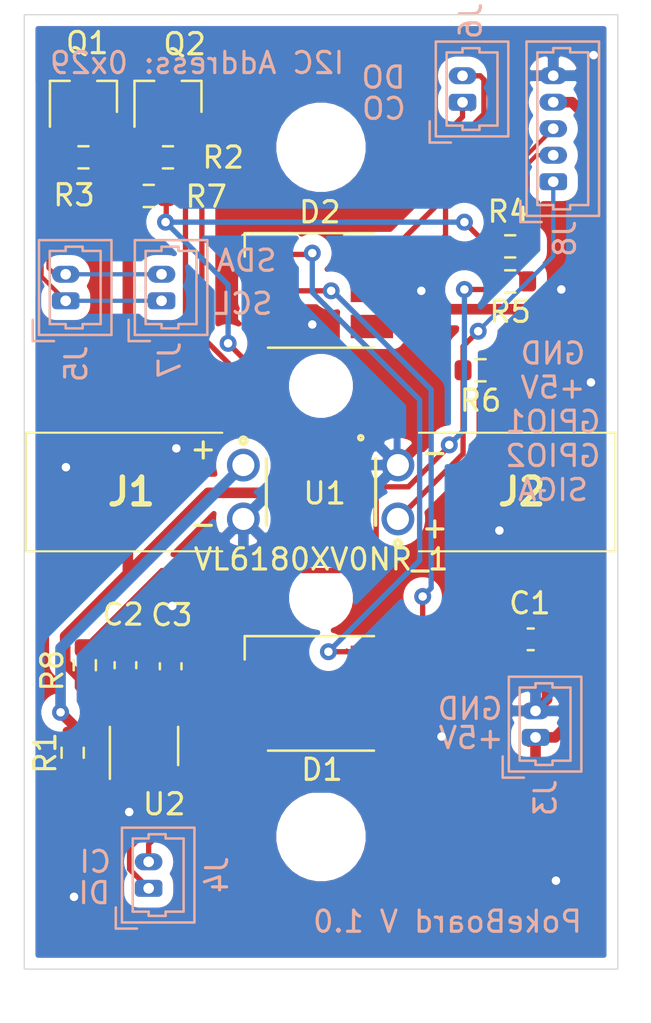
<source format=kicad_pcb>
(kicad_pcb (version 20240108) (generator "pcbnew") (generator_version "8.0")
  (layers (0 "F.Cu" signal) (31 "B.Cu" signal) (34 "B.Paste" user) (35 "F.Paste" user) (36 "B.SilkS" user "B.Silkscreen") (37 "F.SilkS" user "F.Silkscreen") (38 "B.Mask" user) (39 "F.Mask" user) (44 "Edge.Cuts" user))
  (net 0 "")
  (net 1 "GND")
  (net 2 "+2V8")
  (net 3 "+5V")
  (net 4 "Net-(D1-Pad6)")
  (net 5 "Net-(D1-Pad5)")
  (net 6 "CI")
  (net 7 "DI")
  (net 8 "DO")
  (net 9 "CO")
  (net 10 "GPIO1")
  (net 11 "GPIO0")
  (net 12 "Sig_A")
  (net 13 "SDA")
  (net 14 "SCL")
  (net 15 "SDA_LV")
  (net 16 "SCL_LV")
  (net 17 "Net-(J1-Pad1)")
  (net 18 "Net-(R4-Pad2)")
  (net 19 "Net-(R5-Pad2)")
  (net 20 "Net-(U1-Pad2)")
  (net 21 "Net-(U1-Pad3)")
  (net 22 "Net-(U1-Pad7)")
  (net 23 "Net-(U1-Pad11)")
  (net 24 "Net-(U2-Pad4)")
  (footprint "Capacitor_SMD:C_0603_1608Metric" (layer "F.Cu") (at 4.7752 30.6705 90)
    (property "Reference" "C2" (at 2.39044 -0.1143 180) (layer "F.SilkS"))
    (property "Value" "10uF")
    (pad "1" smd roundrect (at -0.775 0 90) (size 0.9 0.95) (layers "F.Cu" "F.Paste" "F.Mask") (net 2 "+2V8"))
    (pad "2" smd roundrect (at 0.775 0 90) (size 0.9 0.95) (layers "F.Cu" "F.Paste" "F.Mask") (net 1 "GND"))
  )
  (footprint "Package_TO_SOT_SMD:SOT-23" (layer "F.Cu") (at 2.794 3.87858 90)
    (property "Reference" "Q1" (at 2.54508 0.1778 180) (layer "F.SilkS"))
    (property "Value" "BSS138")
    (pad "1" smd rect (at -1 -0.95 90) (size 0.9 0.8) (layers "F.Cu" "F.Paste" "F.Mask") (net 2 "+2V8"))
    (pad "2" smd rect (at -1 0.95 90) (size 0.9 0.8) (layers "F.Cu" "F.Paste" "F.Mask") (net 16 "SCL_LV"))
    (pad "3" smd rect (at 1 0 90) (size 0.9 0.8) (layers "F.Cu" "F.Paste" "F.Mask") (net 14 "SCL"))
  )
  (footprint "Resistor_SMD:R_0603_1608Metric" (layer "F.Cu") (at 2.286 34.7985 90)
    (property "Reference" "R1" (at -0.0122 -1.2954 90) (layer "F.SilkS"))
    (property "Value" "220R")
    (pad "1" smd roundrect (at -0.825 0 90) (size 0.8 0.95) (layers "F.Cu" "F.Paste" "F.Mask") (net 3 "+5V"))
    (pad "2" smd roundrect (at 0.825 0 90) (size 0.8 0.95) (layers "F.Cu" "F.Paste" "F.Mask") (net 17 "Net-(J1-Pad1)"))
  )
  (footprint "Resistor_SMD:R_0603_1608Metric" (layer "F.Cu") (at 22.9235 10.922 180)
    (property "Reference" "R4" (at 0.0889 1.6383 0) (layer "F.SilkS"))
    (property "Value" "10K")
    (pad "1" smd roundrect (at -0.825 0 180) (size 0.8 0.95) (layers "F.Cu" "F.Paste" "F.Mask") (net 11 "GPIO0"))
    (pad "2" smd roundrect (at 0.825 0 180) (size 0.8 0.95) (layers "F.Cu" "F.Paste" "F.Mask") (net 18 "Net-(R4-Pad2)"))
  )
  (footprint "SamacSys_Parts:SSW-102-XX-YYY-S-RA" (layer "F.Cu") (at 10.3378 21.2344 -90)
    (property "Reference" "J1" (at 1.2573 5.2832 360) (layer "F.SilkS") (effects (font (size 1.27 1.27) (thickness 0.254))))
    (property "Value" "SSW-102-02-T-S-RA" (hide yes))
    (pad "1" thru_hole circle (at 0 0 270) (size 1.55 1.55) (drill 1.04) (layers "*.Cu" "*.Mask") (net 17 "Net-(J1-Pad1)"))
    (pad "2" thru_hole circle (at 2.54 0 270) (size 1.55 1.55) (drill 1.04) (layers "*.Cu" "*.Mask") (net 1 "GND"))
  )
  (footprint "Capacitor_SMD:C_0603_1608Metric" (layer "F.Cu") (at 6.9088 30.7213 90)
    (property "Reference" "C3" (at 2.413 0.0508 180) (layer "F.SilkS"))
    (property "Value" "100nF")
    (pad "1" smd roundrect (at -0.775 0 90) (size 0.9 0.95) (layers "F.Cu" "F.Paste" "F.Mask") (net 2 "+2V8"))
    (pad "2" smd roundrect (at 0.775 0 90) (size 0.9 0.95) (layers "F.Cu" "F.Paste" "F.Mask") (net 1 "GND"))
  )
  (footprint "Resistor_SMD:R_0603_1608Metric" (layer "F.Cu") (at 6.7818 6.72338)
    (property "Reference" "R2" (at 2.6035 0.00762 180) (layer "F.SilkS"))
    (property "Value" "10K")
    (pad "1" smd roundrect (at -0.825 0) (size 0.8 0.95) (layers "F.Cu" "F.Paste" "F.Mask") (net 2 "+2V8"))
    (pad "2" smd roundrect (at 0.825 0) (size 0.8 0.95) (layers "F.Cu" "F.Paste" "F.Mask") (net 15 "SDA_LV"))
  )
  (footprint "Resistor_SMD:R_0603_1608Metric" (layer "F.Cu") (at 2.794 6.72338)
    (property "Reference" "R3" (at -0.4445 1.78562 180) (layer "F.SilkS"))
    (property "Value" "10K")
    (pad "1" smd roundrect (at -0.825 0) (size 0.8 0.95) (layers "F.Cu" "F.Paste" "F.Mask") (net 2 "+2V8"))
    (pad "2" smd roundrect (at 0.825 0) (size 0.8 0.95) (layers "F.Cu" "F.Paste" "F.Mask") (net 16 "SCL_LV"))
  )
  (footprint "LED_SMD:LED_RGB_5050-6" (layer "F.Cu") (at 14 13)
    (property "Reference" "D2" (at -0.0554 -3.6909 180) (layer "F.SilkS"))
    (property "Value" "DotstarWhite")
    (pad "1" smd rect (at -2.4 -1.7 90) (size 1.1 2) (layers "F.Cu" "F.Mask") (net 4 "Net-(D1-Pad6)"))
    (pad "2" smd rect (at -2.4 0 90) (size 1.1 2) (layers "F.Cu" "F.Mask") (net 5 "Net-(D1-Pad5)"))
    (pad "3" smd rect (at -2.4 1.7 90) (size 1.1 2) (layers "F.Cu" "F.Mask") (net 1 "GND"))
    (pad "4" smd rect (at 2.4 1.7 90) (size 1.1 2) (layers "F.Cu" "F.Mask") (net 3 "+5V"))
    (pad "5" smd rect (at 2.4 0 90) (size 1.1 2) (layers "F.Cu" "F.Mask") (net 9 "CO"))
    (pad "6" smd rect (at 2.4 -1.7 90) (size 1.1 2) (layers "F.Cu" "F.Mask") (net 8 "DO"))
  )
  (footprint "MountingHole:MountingHole_3.2mm_M3" (layer "F.Cu") (at 14 38.75)
    (property "Reference" "Mount2" (hide yes))
    (property "Value" "MountingHole_3.2mm_M3")
    (pad "" np_thru_hole circle (at 0 0) (size 3.2 3.2) (drill 3.2) (layers "*.Cu" "*.Mask"))
  )
  (footprint "MountingHole:MountingHole_3.2mm_M3" (layer "F.Cu") (at 14 6.25)
    (property "Reference" "Mount1" (hide yes))
    (property "Value" "MountingHole_3.2mm_M3")
    (pad "" np_thru_hole circle (at 0 0) (size 3.2 3.2) (drill 3.2) (layers "*.Cu" "*.Mask"))
  )
  (footprint "SamacSys_Parts:SSW-102-XX-YYY-S-RA" (layer "F.Cu") (at 17.6276 23.7744 90)
    (property "Reference" "J2" (at 1.2827 5.842 180) (layer "F.SilkS") (effects (font (size 1.27 1.27) (thickness 0.254))))
    (property "Value" "SSW-102-02-T-S-RA" (hide yes))
    (pad "1" thru_hole circle (at 0 0 90) (size 1.55 1.55) (drill 1.04) (layers "*.Cu" "*.Mask") (net 12 "Sig_A"))
    (pad "2" thru_hole circle (at 2.54 0 90) (size 1.55 1.55) (drill 1.04) (layers "*.Cu" "*.Mask") (net 1 "GND"))
  )
  (footprint "Resistor_SMD:R_0603_1608Metric" (layer "F.Cu") (at 2.8575 30.6705 90)
    (property "Reference" "R8" (at -0.254 -1.5367 90) (layer "F.SilkS"))
    (property "Value" "47K")
    (pad "1" smd roundrect (at -0.825 0 90) (size 0.8 0.95) (layers "F.Cu" "F.Paste" "F.Mask") (net 2 "+2V8"))
    (pad "2" smd roundrect (at 0.825 0 90) (size 0.8 0.95) (layers "F.Cu" "F.Paste" "F.Mask") (net 19 "Net-(R5-Pad2)"))
  )
  (footprint "Resistor_SMD:R_0603_1608Metric" (layer "F.Cu") (at 5.87502 8.54456)
    (property "Reference" "R7" (at 2.71018 0.02794 0) (layer "F.SilkS"))
    (property "Value" "47K")
    (pad "1" smd roundrect (at -0.825 0) (size 0.8 0.95) (layers "F.Cu" "F.Paste" "F.Mask") (net 2 "+2V8"))
    (pad "2" smd roundrect (at 0.825 0) (size 0.8 0.95) (layers "F.Cu" "F.Paste" "F.Mask") (net 18 "Net-(R4-Pad2)"))
  )
  (footprint "Capacitor_SMD:C_0603_1608Metric" (layer "F.Cu") (at 23.89124 29.4513)
    (property "Reference" "C1" (at -0.04064 -1.7018 0) (layer "F.SilkS"))
    (property "Value" "10uF")
    (pad "1" smd roundrect (at -0.775 0) (size 0.9 0.95) (layers "F.Cu" "F.Paste" "F.Mask") (net 3 "+5V"))
    (pad "2" smd roundrect (at 0.775 0) (size 0.9 0.95) (layers "F.Cu" "F.Paste" "F.Mask") (net 1 "GND"))
  )
  (footprint "Resistor_SMD:R_0603_1608Metric" (layer "F.Cu") (at 21.5265 16.764 180)
    (property "Reference" "R6" (at 0 -1.43 0) (layer "F.SilkS"))
    (property "Value" "10K")
    (pad "1" smd roundrect (at -0.825 0 180) (size 0.8 0.95) (layers "F.Cu" "F.Paste" "F.Mask") (net 3 "+5V"))
    (pad "2" smd roundrect (at 0.825 0 180) (size 0.8 0.95) (layers "F.Cu" "F.Paste" "F.Mask") (net 12 "Sig_A"))
  )
  (footprint "Resistor_SMD:R_0603_1608Metric" (layer "F.Cu") (at 22.9235 12.573 180)
    (property "Reference" "R5" (at 0 -1.43 0) (layer "F.SilkS"))
    (property "Value" "10K")
    (pad "1" smd roundrect (at -0.825 0 180) (size 0.8 0.95) (layers "F.Cu" "F.Paste" "F.Mask") (net 10 "GPIO1"))
    (pad "2" smd roundrect (at 0.825 0 180) (size 0.8 0.95) (layers "F.Cu" "F.Paste" "F.Mask") (net 19 "Net-(R5-Pad2)"))
  )
  (footprint "MountingHole:MountingHole_2mm" (layer "F.Cu") (at 14 17.5)
    (property "Reference" "REF**" (hide yes))
    (property "Value" "MountingHole_2mm")
    (pad "" np_thru_hole circle (at 0 0) (size 2 2) (drill 2) (layers "*.Cu" "*.Mask"))
  )
  (footprint "MountingHole:MountingHole_2mm" (layer "F.Cu") (at 14 27.5)
    (property "Reference" "REF**" (hide yes))
    (property "Value" "MountingHole_2mm")
    (pad "" np_thru_hole circle (at 0 0) (size 2 2) (drill 2) (layers "*.Cu" "*.Mask"))
  )
  (footprint "RatPub:VL6180XV0NR&slash_1" (layer "F.Cu") (at 14 22.5 -90)
    (property "Reference" "U1" (at 0.0679 -0.1732 0) (layer "F.SilkS"))
    (property "Value" "VL6180XV0NR_1" (at 3.1794 -0.0081 0) (layer "F.SilkS"))
    (pad "1" smd rect (at -1.2446 -1.875 270) (size 1.016 0.508) (layers "F.Cu" "F.Paste" "F.Mask") (net 19 "Net-(R5-Pad2)"))
    (pad "2" smd rect (at -1.2446 -1.124999 270) (size 1.016 0.508) (layers "F.Cu" "F.Paste" "F.Mask") (net 20 "Net-(U1-Pad2)"))
    (pad "3" smd rect (at -1.2446 -0.375001 270) (size 1.016 0.508) (layers "F.Cu" "F.Paste" "F.Mask") (net 21 "Net-(U1-Pad3)"))
    (pad "4" smd rect (at -1.2446 0.375001 270) (size 1.016 0.508) (layers "F.Cu" "F.Paste" "F.Mask") (net 18 "Net-(R4-Pad2)"))
    (pad "5" smd rect (at -1.2446 1.124999 270) (size 1.016 0.508) (layers "F.Cu" "F.Paste" "F.Mask") (net 16 "SCL_LV"))
    (pad "6" smd rect (at -1.2446 1.875 270) (size 1.016 0.508) (layers "F.Cu" "F.Paste" "F.Mask") (net 15 "SDA_LV"))
    (pad "7" smd rect (at 1.2446 1.875 270) (size 1.016 0.508) (layers "F.Cu" "F.Paste" "F.Mask") (net 22 "Net-(U1-Pad7)"))
    (pad "8" smd rect (at 1.2446 1.124999 270) (size 1.016 0.508) (layers "F.Cu" "F.Paste" "F.Mask") (net 2 "+2V8"))
    (pad "9" smd rect (at 1.2446 0.375001 270) (size 1.016 0.508) (layers "F.Cu" "F.Paste" "F.Mask") (net 1 "GND"))
    (pad "10" smd rect (at 1.2446 -0.375001 270) (size 1.016 0.508) (layers "F.Cu" "F.Paste" "F.Mask") (net 2 "+2V8"))
    (pad "11" smd rect (at 1.2446 -1.124999 270) (size 1.016 0.508) (layers "F.Cu" "F.Paste" "F.Mask") (net 23 "Net-(U1-Pad11)"))
    (pad "12" smd rect (at 1.2446 -1.875 270) (size 1.016 0.508) (layers "F.Cu" "F.Paste" "F.Mask") (net 1 "GND"))
  )
  (footprint "LED_SMD:LED_RGB_5050-6" (layer "F.Cu") (at 14 32)
    (property "Reference" "D1" (at 0.0462 3.5981 180) (layer "F.SilkS"))
    (property "Value" "DotstarRGB")
    (pad "1" smd rect (at -2.4 -1.7 90) (size 1.1 2) (layers "F.Cu" "F.Mask") (net 7 "DI"))
    (pad "2" smd rect (at -2.4 0 90) (size 1.1 2) (layers "F.Cu" "F.Mask") (net 6 "CI"))
    (pad "3" smd rect (at -2.4 1.7 90) (size 1.1 2) (layers "F.Cu" "F.Mask") (net 1 "GND"))
    (pad "4" smd rect (at 2.4 1.7 90) (size 1.1 2) (layers "F.Cu" "F.Mask") (net 3 "+5V"))
    (pad "5" smd rect (at 2.4 0 90) (size 1.1 2) (layers "F.Cu" "F.Mask") (net 5 "Net-(D1-Pad5)"))
    (pad "6" smd rect (at 2.4 -1.7 90) (size 1.1 2) (layers "F.Cu" "F.Mask") (net 4 "Net-(D1-Pad6)"))
  )
  (footprint "Package_TO_SOT_SMD:SOT-23-5" (layer "F.Cu") (at 5.6515 34.4805 90)
    (property "Reference" "U2" (at -2.7432 0.9525 180) (layer "F.SilkS"))
    (property "Value" "LP5907MFX-2.8")
    (pad "1" smd rect (at -1.1 -0.95 90) (size 1.06 0.65) (layers "F.Cu" "F.Paste" "F.Mask") (net 3 "+5V"))
    (pad "2" smd rect (at -1.1 0 90) (size 1.06 0.65) (layers "F.Cu" "F.Paste" "F.Mask") (net 1 "GND"))
    (pad "3" smd rect (at -1.1 0.95 90) (size 1.06 0.65) (layers "F.Cu" "F.Paste" "F.Mask") (net 3 "+5V"))
    (pad "4" smd rect (at 1.1 0.95 90) (size 1.06 0.65) (layers "F.Cu" "F.Paste" "F.Mask") (net 24 "Net-(U2-Pad4)"))
    (pad "5" smd rect (at 1.1 -0.95 90) (size 1.06 0.65) (layers "F.Cu" "F.Paste" "F.Mask") (net 2 "+2V8"))
  )
  (footprint "Package_TO_SOT_SMD:SOT-23" (layer "F.Cu") (at 6.7818 3.87858 90)
    (property "Reference" "Q2" (at 2.49428 0.7874 180) (layer "F.SilkS"))
    (property "Value" "BSS138")
    (pad "1" smd rect (at -1 -0.95 90) (size 0.9 0.8) (layers "F.Cu" "F.Paste" "F.Mask") (net 2 "+2V8"))
    (pad "2" smd rect (at -1 0.95 90) (size 0.9 0.8) (layers "F.Cu" "F.Paste" "F.Mask") (net 15 "SDA_LV"))
    (pad "3" smd rect (at 1 0 90) (size 0.9 0.8) (layers "F.Cu" "F.Paste" "F.Mask") (net 13 "SDA"))
  )
  (footprint "Connector_Molex:Molex_PicoBlade_53047-0210_1x02_P1.25mm_Vertical" (layer "B.Cu") (at 1.9558 13.48772 90)
    (property "Reference" "J5" (at -2.97148 0.4953 -90) (layer "B.SilkS") (effects (justify mirror)))
    (property "Value" "I2C in")
    (pad "1" thru_hole roundrect (at 0 0 90) (size 0.8 1.3) (drill 0.5) (layers "*.Cu" "*.Mask") (net 14 "SCL"))
    (pad "2" thru_hole oval (at 1.25 0 90) (size 0.8 1.3) (drill 0.5) (layers "*.Cu" "*.Mask") (net 13 "SDA"))
  )
  (footprint "Connector_Molex:Molex_PicoBlade_53047-0210_1x02_P1.25mm_Vertical" (layer "B.Cu") (at 6.477 13.48772 90)
    (property "Reference" "J7" (at -2.79368 0.381 90) (layer "B.SilkS") (effects (justify mirror)))
    (property "Value" "I2C out")
    (pad "1" thru_hole roundrect (at 0 0 90) (size 0.8 1.3) (drill 0.5) (layers "*.Cu" "*.Mask") (net 14 "SCL"))
    (pad "2" thru_hole oval (at 1.25 0 90) (size 0.8 1.3) (drill 0.5) (layers "*.Cu" "*.Mask") (net 13 "SDA"))
  )
  (footprint "Connector_Molex:Molex_PicoBlade_53047-0210_1x02_P1.25mm_Vertical" (layer "B.Cu") (at 5.86994 41.1915 90)
    (property "Reference" "J4" (at 0.6404 3.22326 90) (layer "B.SilkS") (effects (justify mirror)))
    (property "Value" "SPI in")
    (pad "1" thru_hole roundrect (at 0 0 90) (size 0.8 1.3) (drill 0.5) (layers "*.Cu" "*.Mask") (net 7 "DI"))
    (pad "2" thru_hole oval (at 1.25 0 90) (size 0.8 1.3) (drill 0.5) (layers "*.Cu" "*.Mask") (net 6 "CI"))
  )
  (footprint "Connector_Molex:Molex_PicoBlade_53047-0210_1x02_P1.25mm_Vertical" (layer "B.Cu") (at 20.6756 4.1275 90)
    (property "Reference" "J6" (at 3.84048 0.38608 90) (layer "B.SilkS") (effects (justify mirror)))
    (property "Value" "SPI out")
    (pad "1" thru_hole roundrect (at 0 0 90) (size 0.8 1.3) (drill 0.5) (layers "*.Cu" "*.Mask") (net 8 "DO"))
    (pad "2" thru_hole oval (at 1.25 0 90) (size 0.8 1.3) (drill 0.5) (layers "*.Cu" "*.Mask") (net 9 "CO"))
  )
  (footprint "Connector_Molex:Molex_PicoBlade_53047-0210_1x02_P1.25mm_Vertical" (layer "B.Cu") (at 24.11984 34.0741 90)
    (property "Reference" "J3" (at -2.8448 0.46736 90) (layer "B.SilkS") (effects (justify mirror)))
    (property "Value" "5V power in")
    (pad "1" thru_hole roundrect (at 0 0 90) (size 0.8 1.3) (drill 0.5) (layers "*.Cu" "*.Mask") (net 3 "+5V"))
    (pad "2" thru_hole oval (at 1.25 0 90) (size 0.8 1.3) (drill 0.5) (layers "*.Cu" "*.Mask") (net 1 "GND"))
  )
  (footprint "Connector_Molex:Molex_PicoBlade_53047-0510_1x05_P1.25mm_Vertical" (layer "B.Cu") (at 24.9555 7.874 90)
    (property "Reference" "J8" (at -2.6797 0.5461 90) (layer "B.SilkS") (effects (justify mirror)))
    (property "Value" "Conn_01x03")
    (pad "1" thru_hole roundrect (at 0 0 90) (size 0.8 1.3) (drill 0.5) (layers "*.Cu" "*.Mask") (net 12 "Sig_A"))
    (pad "2" thru_hole oval (at 1.25 0 90) (size 0.8 1.3) (drill 0.5) (layers "*.Cu" "*.Mask") (net 11 "GPIO0"))
    (pad "3" thru_hole oval (at 2.5 0 90) (size 0.8 1.3) (drill 0.5) (layers "*.Cu" "*.Mask") (net 10 "GPIO1"))
    (pad "4" thru_hole oval (at 3.75 0 90) (size 0.8 1.3) (drill 0.5) (layers "*.Cu" "*.Mask") (net 3 "+5V"))
    (pad "5" thru_hole oval (at 5 0 90) (size 0.8 1.3) (drill 0.5) (layers "*.Cu" "*.Mask") (net 1 "GND"))
  )
  (gr_line (start 0 45) (end 28 45) (stroke (width 0.05)) (layer "Edge.Cuts"))
  (gr_line (start 28 0) (end 28 45) (stroke (width 0.05)) (layer "Edge.Cuts"))
  (gr_line (start 0 0) (end 0 45) (stroke (width 0.05)) (layer "Edge.Cuts"))
  (gr_line (start 0 0) (end 28 0) (stroke (width 0.05)) (layer "Edge.Cuts"))
  (gr_text "SCL" (at 10.3251 13.6271 0) (layer "B.SilkS") (effects (font (size 1 1)) (justify mirror)))
  (gr_text "GND" (at 21.0312 32.7279 0) (layer "B.SilkS") (effects (font (size 1 1)) (justify mirror)))
  (gr_text "DO\n" (at 16.9418 2.9591 0) (layer "B.SilkS") (effects (font (size 1 1)) (justify mirror)))
  (gr_text "CO" (at 16.9672 4.4323 0) (layer "B.SilkS") (effects (font (size 1 1)) (justify mirror)))
  (gr_text "PokeBoard V 1.0\n" (at 19.9644 42.7609 0) (layer "B.SilkS") (effects (font (size 1 1)) (justify mirror)))
  (gr_text "CI" (at 3.3528 39.9415 0) (layer "B.SilkS") (effects (font (size 1 1)) (justify mirror)))
  (gr_text "SDA" (at 10.4902 11.5951 0) (layer "B.SilkS") (effects (font (size 1 1)) (justify mirror)))
  (gr_text "GND\n+5V\nGPIO1\nGPIO2\nSIGA" (at 24.9428 19.1897 0) (layer "B.SilkS") (effects (font (size 1 1)) (justify mirror)))
  (gr_text "I2C Address: 0x29" (at 8.1534 2.2733 0) (layer "B.SilkS") (effects (font (size 1 1)) (justify mirror)))
  (gr_text "+5V\n" (at 21.082 34.0995 0) (layer "B.SilkS") (effects (font (size 1 1)) (justify mirror)))
  (gr_text "DI" (at 3.302 41.4147 0) (layer "B.SilkS") (effects (font (size 1 1)) (justify mirror)))
  (gr_text "-" (at 8.4455 24.003 0) (layer "F.SilkS") (effects (font (size 1 1))))
  (gr_text "+" (at 19.3675 24.3205 180) (layer "F.SilkS") (effects (font (size 1 1))))
  (gr_text "-" (at 19.3675 20.7645 180) (layer "F.SilkS") (effects (font (size 1 1))))
  (gr_text "+" (at 8.4455 20.447 0) (layer "F.SilkS") (effects (font (size 1 1))))
  (segment (start 24.14016 32.80378) (end 24.11984 32.8241) (width 0.125) (layer "F.Cu") (net 1))
  (segment (start 24.20364 32.7403) (end 24.11984 32.8241) (width 0.25) (layer "F.Cu") (net 1))
  (segment (start 24.96312 29.15442) (end 24.66624 29.4513) (width 0.125) (layer "F.Cu") (net 1))
  (segment (start 24.45004 29.6675) (end 24.66624 29.4513) (width 0.25) (layer "F.Cu") (net 1))
  (segment (start 24.66624 32.2777) (end 24.11984 32.8241) (width 0.5) (layer "F.Cu") (net 1))
  (segment (start 13.583499 25.061965) (end 13.116954 25.52851) (width 0.5) (layer "F.Cu") (net 1))
  (segment (start 5.67436 29.18714) (end 6.985 27.8765) (width 0.25) (layer "F.Cu") (net 1))
  (segment (start 24.66624 29.4513) (end 24.66624 32.2777) (width 0.5) (layer "F.Cu") (net 1))
  (segment (start 11.6 15) (end 12.05 15) (width 0.125) (layer "F.Cu") (net 1))
  (segment (start 10.0711 23.5077) (end 10.3378 23.7744) (width 0.125) (layer "F.Cu") (net 1))
  (segment (start 5.67436 29.94914) (end 5.67436 29.18714) (width 0.25) (layer "F.Cu") (net 1))
  (segment (start 11.6 33.7) (end 11.6 33.952) (width 0.5) (layer "F.Cu") (net 1))
  (segment (start 15.308388 25.70751) (end 15.875 25.140898) (width 0.5) (layer "F.Cu") (net 1))
  (segment (start 24.11984 32.8241) (end 23.6801 32.8241) (width 0.5) (layer "F.Cu") (net 1))
  (segment (start 13.576998 24.9045) (end 13.608499 24.936001) (width 0.125) (layer "F.Cu") (net 1))
  (segment (start 13.295954 25.70751) (end 12.27091 25.70751) (width 0.5) (layer "F.Cu") (net 1))
  (segment (start 5.6667 35.60354) (end 5.6667 36.25854) (width 0.125) (layer "F.Cu") (net 1))
  (segment (start 11.6 14.7) (end 13.494 14.7) (width 0.25) (layer "F.Cu") (net 1))
  (segment (start 11.524401 24.961001) (end 10.3378 23.7744) (width 0.5) (layer "F.Cu") (net 1))
  (segment (start 12.09191 25.52851) (end 11.524401 24.961001) (width 0.5) (layer "F.Cu") (net 1))
  (segment (start 10.3378 23.7744) (end 11.499401 24.936001) (width 0.25) (layer "F.Cu") (net 1))
  (segment (start 5.6667 36.8783) (end 4.953 37.592) (width 0.5) (layer "F.Cu") (net 1))
  (segment (start 13.576998 24.003) (end 13.651999 23.927999) (width 0.25) (layer "F.Cu") (net 1))
  (segment (start 25.8915 2.874) (end 26.8605 1.905) (width 0.25) (layer "F.Cu") (net 1))
  (segment (start 17.6276 21.444399) (end 17.6276 21.2344) (width 0.25) (layer "F.Cu") (net 1))
  (segment (start 5.6667 35.60354) (end 5.6667 36.8783) (width 0.5) (layer "F.Cu") (net 1))
  (segment (start 13.494 14.7) (end 13.589 14.605) (width 0.25) (layer "F.Cu") (net 1))
  (segment (start 11.524401 24.961001) (end 11.499401 24.936001) (width 0.5) (layer "F.Cu") (net 1))
  (segment (start 6.8961 29.94914) (end 5.80136 29.94914) (width 0.5) (layer "F.Cu") (net 1))
  (segment (start 24.9555 2.874) (end 25.8915 2.874) (width 0.25) (layer "F.Cu") (net 1))
  (segment (start 18.3515 35.3695) (end 19.685 34.036) (width 0.5) (layer "F.Cu") (net 1))
  (segment (start 24.66624 29.4513) (end 24.66624 29.2484) (width 0.125) (layer "F.Cu") (net 1))
  (segment (start 15.875 25.140898) (end 15.875 23.7446) (width 0.5) (layer "F.Cu") (net 1))
  (segment (start 11.261901 24.698501) (end 10.3378 23.7744) (width 0.125) (layer "F.Cu") (net 1))
  (segment (start 4.7755 29.94914) (end 4.7117 29.88534) (width 0.5) (layer "F.Cu") (net 1))
  (segment (start 11.499401 24.936001) (end 11.96691 25.40351) (width 0.25) (layer "F.Cu") (net 1))
  (segment (start 5.80136 29.06014) (end 6.985 27.8765) (width 0.5) (layer "F.Cu") (net 1))
  (segment (start 5.67436 29.94914) (end 4.7755 29.94914) (width 0.25) (layer "F.Cu") (net 1))
  (segment (start 13.583499 23.7861) (end 13.583499 25.061965) (width 0.5) (layer "F.Cu") (net 1))
  (segment (start 13.295954 25.70751) (end 15.308388 25.70751) (width 0.5) (layer "F.Cu") (net 1))
  (segment (start 13.624999 23.7446) (end 13.583499 23.7861) (width 0.5) (layer "F.Cu") (net 1))
  (segment (start 6.8961 29.94914) (end 5.67436 29.94914) (width 0.25) (layer "F.Cu") (net 1))
  (segment (start 17.591422 21.2344) (end 17.6276 21.2344) (width 0.125) (layer "F.Cu") (net 1))
  (segment (start 13.116954 25.52851) (end 13.295954 25.70751) (width 0.5) (layer "F.Cu") (net 1))
  (segment (start 11.6 33.952) (end 13.0175 35.3695) (width 0.5) (layer "F.Cu") (net 1))
  (segment (start 12.27091 25.70751) (end 10.3378 23.7744) (width 0.5) (layer "F.Cu") (net 1))
  (segment (start 5.80136 29.94914) (end 4.7755 29.94914) (width 0.5) (layer "F.Cu") (net 1))
  (segment (start 5.80136 29.94914) (end 5.80136 29.06014) (width 0.5) (layer "F.Cu") (net 1))
  (segment (start 13.0175 35.3695) (end 18.3515 35.3695) (width 0.5) (layer "F.Cu") (net 1))
  (via (at 26.7335 17.3355) (size 0.8) (drill 0.4) (layers "F.Cu" "B.Cu") (net 1))
  (via (at 1.9685 21.336) (size 0.8) (drill 0.4) (layers "F.Cu" "B.Cu") (net 1))
  (via (at 22.4155 24.3205) (size 0.8) (drill 0.4) (layers "F.Cu" "B.Cu") (net 1))
  (via (at 19.685 34.036) (size 0.8) (drill 0.4) (layers "F.Cu" "B.Cu") (net 1))
  (via (at 18.7325 13.0175) (size 0.8) (drill 0.4) (layers "F.Cu" "B.Cu") (net 1))
  (via (at 6.985 27.8765) (size 0.8) (drill 0.4) (layers "F.Cu" "B.Cu") (net 1))
  (via (at 7.1755 20.447) (size 0.8) (drill 0.4) (layers "F.Cu" "B.Cu") (net 1))
  (via (at 2.3495 41.5925) (size 0.8) (drill 0.4) (layers "F.Cu" "B.Cu") (net 1))
  (via (at 26.8605 1.905) (size 0.8) (drill 0.4) (layers "F.Cu" "B.Cu") (net 1))
  (via (at 25.0825 40.8305) (size 0.8) (drill 0.4) (layers "F.Cu" "B.Cu") (net 1))
  (via (at 25.3365 12.954) (size 0.8) (drill 0.4) (layers "F.Cu" "B.Cu") (net 1))
  (via (at 13.589 14.605) (size 0.8) (drill 0.4) (layers "F.Cu" "B.Cu") (net 1))
  (via (at 4.953 37.592) (size 0.8) (drill 0.4) (layers "F.Cu" "B.Cu") (net 1))
  (segment (start 26.7335 17.3355) (end 26.7335 30.21044) (width 0.25) (layer "B.Cu") (net 1))
  (segment (start 20.8969 32.8241) (end 24.11984 32.8241) (width 0.5) (layer "B.Cu") (net 1))
  (segment (start 12.8778 21.2344) (end 10.3378 23.7744) (width 0.5) (layer "B.Cu") (net 1))
  (segment (start 26.8605 1.905) (end 26.7335 1.905) (width 0.25) (layer "B.Cu") (net 1))
  (segment (start 19.685 34.036) (end 20.8969 32.8241) (width 0.5) (layer "B.Cu") (net 1))
  (segment (start 13.589 15.238998) (end 13.589 14.605) (width 0.25) (layer "B.Cu") (net 1))
  (segment (start 10.3378 29.0322) (end 10.3378 36.4363) (width 0.5) (layer "B.Cu") (net 1))
  (segment (start 17.526 18.542) (end 17.526 21.1328) (width 0.2) (layer "B.Cu") (net 1))
  (segment (start 26.7335 30.21044) (end 24.11984 32.8241) (width 0.25) (layer "B.Cu") (net 1))
  (segment (start 17.526 21.1328) (end 17.6276 21.2344) (width 0.2) (layer "B.Cu") (net 1))
  (segment (start 13.589 14.605) (end 17.526 18.542) (width 0.2) (layer "B.Cu") (net 1))
  (segment (start 6.985 27.8765) (end 9.1821 27.8765) (width 0.25) (layer "B.Cu") (net 1))
  (segment (start 9.1821 27.8765) (end 10.3378 29.0322) (width 0.25) (layer "B.Cu") (net 1))
  (segment (start 10.3378 36.4363) (end 17.2847 36.4363) (width 0.5) (layer "B.Cu") (net 1))
  (segment (start 10.3378 23.7744) (end 10.3378 29.0322) (width 0.5) (layer "B.Cu") (net 1))
  (segment (start 6.1087 36.4363) (end 4.953 37.592) (width 0.5) (layer "B.Cu") (net 1))
  (segment (start 17.2847 36.4363) (end 19.685 34.036) (width 0.5) (layer "B.Cu") (net 1))
  (segment (start 26.7335 1.905) (end 26.7335 17.3355) (width 0.25) (layer "B.Cu") (net 1))
  (segment (start 17.6276 21.2344) (end 12.8778 21.2344) (width 0.5) (layer "B.Cu") (net 1))
  (segment (start 17.6276 21.2344) (end 17.6276 19.277598) (width 0.25) (layer "B.Cu") (net 1))
  (segment (start 10.16 36.2585) (end 10.3378 36.4363) (width 0.5) (layer "B.Cu") (net 1))
  (segment (start 10.3378 36.4363) (end 6.1087 36.4363) (width 0.5) (layer "B.Cu") (net 1))
  (segment (start 6.8323 31.43534) (end 6.8961 31.49914) (width 0.25) (layer "F.Cu") (net 2))
  (segment (start 8.407241 22.811899) (end 8.30707 22.91207) (width 0.125) (layer "F.Cu") (net 2))
  (segment (start 1.93249 29.30099) (end 4.8895 26.34398) (width 0.5) (layer "F.Cu") (net 2))
  (segment (start 14.375001 22.820501) (end 14.375001 23.7446) (width 0.5) (layer "F.Cu") (net 2))
  (segment (start 14.327 23.226) (end 14.327 24.003) (width 0.5) (layer "F.Cu") (net 2))
  (segment (start 4.8895 26.34398) (end 4.8895 8.70508) (width 0.5) (layer "F.Cu") (net 2))
  (segment (start 6.8961 31.49914) (end 5.267122 31.49914) (width 0.125) (layer "F.Cu") (net 2))
  (segment (start 14.2117 23.2547) (end 14.327 23.37) (width 0.125) (layer "F.Cu") (net 2))
  (segment (start 8.407241 22.811899) (end 8.407241 22.834759) (width 0.25) (layer "F.Cu") (net 2))
  (segment (start 2.8575 31.4955) (end 1.93249 30.57049) (width 0.5) (layer "F.Cu") (net 2))
  (segment (start 4.8895 8.70508) (end 5.05002 8.54456) (width 0.5) (layer "F.Cu") (net 2))
  (segment (start 5.8318 4.87858) (end 5.8318 6.59838) (width 0.125) (layer "F.Cu") (net 2))
  (segment (start 4.7117 31.43534) (end 6.8323 31.43534) (width 0.25) (layer "F.Cu") (net 2))
  (segment (start 8.450592 22.80639) (end 8.456101 22.811899) (width 0.125) (layer "F.Cu") (net 2))
  (segment (start 2.90626 31.54426) (end 2.8575 31.4955) (width 0.2) (layer "F.Cu") (net 2))
  (segment (start 8.67664 22.5425) (end 8.59282 22.62632) (width 0.25) (layer "F.Cu") (net 2))
  (segment (start 12.5095 22.5425) (end 14.097 22.5425) (width 0.5) (layer "F.Cu") (net 2))
  (segment (start 4.8895 26.34398) (end 4.8895 26.32964) (width 0.5) (layer "F.Cu") (net 2))
  (segment (start 14.097 22.5425) (end 14.375001 22.820501) (width 0.5) (layer "F.Cu") (net 2))
  (segment (start 5.05002 7.63016) (end 5.9568 6.72338) (width 0.5) (layer "F.Cu") (net 2))
  (segment (start 4.7117 31.43534) (end 4.28468 31.43534) (width 0.25) (layer "F.Cu") (net 2))
  (segment (start 8.456101 22.811899) (end 8.407241 22.811899) (width 0.125) (layer "F.Cu") (net 2))
  (segment (start 8.59282 22.62632) (end 8.30707 22.91207) (width 0.25) (layer "F.Cu") (net 2))
  (segment (start 4.7167 33.40354) (end 4.7167 31.44034) (width 0.5) (layer "F.Cu") (net 2))
  (segment (start 12.875001 23.7446) (end 12.875001 22.7366) (width 0.5) (layer "F.Cu") (net 2))
  (segment (start 14.327 23.37) (end 14.327 24.003) (width 0.125) (layer "F.Cu") (net 2))
  (segment (start 4.77164 8.26618) (end 5.05002 8.54456) (width 0.125) (layer "F.Cu") (net 2))
  (segment (start 12.680901 22.5425) (end 12.5095 22.5425) (width 0.5) (layer "F.Cu") (net 2))
  (segment (start 12.875001 22.7366) (end 12.680901 22.5425) (width 0.5) (layer "F.Cu") (net 2))
  (segment (start 4.17576 31.54426) (end 2.90626 31.54426) (width 0.2) (layer "F.Cu") (net 2))
  (segment (start 1.93249 30.57049) (end 1.93249 29.30099) (width 0.5) (layer "F.Cu") (net 2))
  (segment (start 8.67664 22.5425) (end 10.881902 22.5425) (width 0.5) (layer "F.Cu") (net 2))
  (segment (start 2.8575 31.4955) (end 6.89246 31.4955) (width 0.5) (layer "F.Cu") (net 2))
  (segment (start 5.05002 8.54456) (end 3.79018 8.54456) (width 0.5) (layer "F.Cu") (net 2))
  (segment (start 5.8318 6.030879) (end 5.9568 6.155879) (width 0.125) (layer "F.Cu") (net 2))
  (segment (start 4.7167 31.44034) (end 4.7117 31.43534) (width 0.5) (layer "F.Cu") (net 2))
  (segment (start 5.05002 8.54456) (end 5.05002 7.63016) (width 0.5) (layer "F.Cu") (net 2))
  (segment (start 6.89246 31.4955) (end 6.8961 31.49914) (width 0.5) (layer "F.Cu") (net 2))
  (segment (start 1.844 6.218379) (end 1.969 6.343379) (width 0.5) (layer "F.Cu") (net 2))
  (segment (start 3.79018 8.54456) (end 1.969 6.72338) (width 0.5) (layer "F.Cu") (net 2))
  (segment (start 10.881902 22.5425) (end 12.5095 22.5425) (width 0.5) (layer "F.Cu") (net 2))
  (segment (start 1.844 4.85318) (end 1.844 6.57298) (width 0.5) (layer "F.Cu") (net 2))
  (segment (start 5.9568 6.72338) (end 5.9568 4.5598) (width 0.5) (layer "F.Cu") (net 2))
  (segment (start 4.8895 26.32964) (end 8.59282 22.62632) (width 0.5) (layer "F.Cu") (net 2))
  (segment (start 4.28468 31.43534) (end 4.17576 31.54426) (width 0.25) (layer "F.Cu") (net 2))
  (segment (start 23.79464 34.3993) (end 24.11984 34.0741) (width 0.25) (layer "F.Cu") (net 3))
  (segment (start 23.11624 29.07822) (end 23.11624 29.4513) (width 0.125) (layer "F.Cu") (net 3))
  (segment (start 23.11624 29.4513) (end 23.11624 28.98138) (width 0.125) (layer "F.Cu") (net 3))
  (segment (start 20.42521 31.85521) (end 20.81086 31.46956) (width 0.5) (layer "F.Cu") (net 3))
  (segment (start 16.3558 14.781) (end 16.6878 15.113) (width 0.25) (layer "F.Cu") (net 3))
  (segment (start 25.841 4.124) (end 26.797 5.08) (width 0.5) (layer "F.Cu") (net 3))
  (segment (start 6.566699 34.523539) (end 6.6167 34.57354) (width 0.5) (layer "F.Cu") (net 3))
  (segment (start 20.26085 32.01957) (end 20.42521 31.85521) (width 0.5) (layer "F.Cu") (net 3))
  (segment (start 4.7167 35.60354) (end 4.1417 35.60354) (width 0.25) (layer "F.Cu") (net 3))
  (segment (start 23.11624 29.4513) (end 22.78888 29.4513) (width 0.125) (layer "F.Cu") (net 3))
  (segment (start 24.48256 24.09494) (end 24.48256 16.92606) (width 0.5) (layer "F.Cu") (net 3))
  (segment (start 4.7167 35.60354) (end 2.30596 35.60354) (width 0.5) (layer "F.Cu") (net 3))
  (segment (start 20.81086 30.05264) (end 22.5149 30.05264) (width 0.5) (layer "F.Cu") (net 3))
  (segment (start 25.0444 34.0741) (end 26.543 32.5755) (width 0.5) (layer "F.Cu") (net 3))
  (segment (start 24.11984 34.0741) (end 25.0444 34.0741) (width 0.5) (layer "F.Cu") (net 3))
  (segment (start 4.5085 43.18) (end 17.5895 43.18) (width 0.5) (layer "F.Cu") (net 3))
  (segment (start 6.6167 34.57354) (end 6.6167 35.60354) (width 0.5) (layer "F.Cu") (net 3))
  (segment (start 24.45412 16.764) (end 24.48256 16.79244) (width 0.25) (layer "F.Cu") (net 3))
  (segment (start 4.7167 34.57354) (end 4.766701 34.523539) (width 0.5) (layer "F.Cu") (net 3))
  (segment (start 22.5149 30.05264) (end 23.11624 29.4513) (width 0.5) (layer "F.Cu") (net 3))
  (segment (start 26.543 28.44138) (end 24.48256 26.38094) (width 0.5) (layer "F.Cu") (net 3))
  (segment (start 20.81086 30.05264) (end 24.48256 26.38094) (width 0.5) (layer "F.Cu") (net 3))
  (segment (start 4.7167 35.60354) (end 4.7167 35.8598) (width 0.5) (layer "F.Cu") (net 3))
  (segment (start 24.50412 23.876) (end 24.50756 23.87944) (width 0.25) (layer "F.Cu") (net 3))
  (segment (start 24.11984 36.64966) (end 24.11984 34.0741) (width 0.5) (layer "F.Cu") (net 3))
  (segment (start 20.81086 31.46956) (end 20.81086 30.05264) (width 0.5) (layer "F.Cu") (net 3))
  (segment (start 16.4 14.7) (end 18.85 14.7) (width 0.5) (layer "F.Cu") (net 3))
  (segment (start 24.50756 24.146219) (end 24.50756 23.87944) (width 0.5) (layer "F.Cu") (net 3))
  (segment (start 24.48256 15.90344) (end 24.48256 14.31594) (width 0.5) (layer "F.Cu") (net 3))
  (segment (start 17.5895 43.18) (end 24.11984 36.64966) (width 0.5) (layer "F.Cu") (net 3))
  (segment (start 26.543 32.5755) (end 26.543 28.44138) (width 0.5) (layer "F.Cu") (net 3))
  (segment (start 18.85 14.7) (end 19.66425 13.88575) (width 0.5) (layer "F.Cu") (net 3))
  (segment (start 24.04575 13.88575) (end 19.66425 13.88575) (width 0.5) (layer "F.Cu") (net 3))
  (segment (start 3.683 37.211) (end 3.683 42.3545) (width 0.5) (layer "F.Cu") (net 3))
  (segment (start 24.48256 24.171219) (end 24.50756 24.146219) (width 0.5) (layer "F.Cu") (net 3))
  (segment (start 4.7167 35.113538) (end 4.7167 35.60354) (width 0.25) (layer "F.Cu") (net 3))
  (segment (start 24.48256 16.92606) (end 24.48256 15.90344) (width 0.5) (layer "F.Cu") (net 3))
  (segment (start 4.7167 35.60354) (end 4.7167 36.1773) (width 0.5) (layer "F.Cu") (net 3))
  (segment (start 24.48256 16.79244) (end 24.48256 24.09494) (width 0.25) (layer "F.Cu") (net 3))
  (segment (start 4.766701 34.523539) (end 6.566699 34.523539) (width 0.5) (layer "F.Cu") (net 3))
  (segment (start 16.4 33.7) (end 18.58042 33.7) (width 0.5) (layer "F.Cu") (net 3))
  (segment (start 4.7167 35.8598) (end 4.699 35.8775) (width 0.5) (layer "F.Cu") (net 3))
  (segment (start 24.9555 4.124) (end 25.841 4.124) (width 0.5) (layer "F.Cu") (net 3))
  (segment (start 2.30596 35.60354) (end 2.286 35.6235) (width 0.5) (layer "F.Cu") (net 3))
  (segment (start 4.7167 35.60354) (end 4.7167 34.57354) (width 0.5) (layer "F.Cu") (net 3))
  (segment (start 4.7167 36.1773) (end 3.683 37.211) (width 0.5) (layer "F.Cu") (net 3))
  (segment (start 3.683 42.3545) (end 4.5085 43.18) (width 0.5) (layer "F.Cu") (net 3))
  (segment (start 22.3515 16.764) (end 24.3205 16.764) (width 0.5) (layer "F.Cu") (net 3))
  (segment (start 24.48256 14.31594) (end 24.47594 14.31594) (width 0.5) (layer "F.Cu") (net 3))
  (segment (start 24.47594 14.31594) (end 24.04575 13.88575) (width 0.5) (layer "F.Cu") (net 3))
  (segment (start 18.58042 33.7) (end 20.42521 31.85521) (width 0.5) (layer "F.Cu") (net 3))
  (segment (start 26.797 13.589) (end 24.48256 15.90344) (width 0.5) (layer "F.Cu") (net 3))
  (segment (start 26.797 5.08) (end 26.797 13.589) (width 0.5) (layer "F.Cu") (net 3))
  (segment (start 24.48256 26.38094) (end 24.48256 24.09494) (width 0.5) (layer "F.Cu") (net 3))
  (segment (start 24.3205 16.764) (end 24.48256 16.92606) (width 0.5) (layer "F.Cu") (net 3))
  (segment (start 16.835002 15) (end 16.4 15) (width 0.25) (layer "F.Cu") (net 3))
  (segment (start 15.275 30) (end 15.212499 29.937499) (width 0.125) (layer "F.Cu") (net 4))
  (segment (start 13.5285 11.3) (end 13.589 11.2395) (width 0.25) (layer "F.Cu") (net 4))
  (segment (start 11.6 11.3) (end 13.5285 11.3) (width 0.25) (layer "F.Cu") (net 4))
  (segment (start 14.351 30.0355) (end 16.3645 30.0355) (width 0.25) (layer "F.Cu") (net 4))
  (segment (start 16.3645 30.0355) (end 16.4 30) (width 0.25) (layer "F.Cu") (net 4))
  (segment (start 16.4 30) (end 15.95 30) (width 0.125) (layer "F.Cu") (net 4))
  (segment (start 16.4 30) (end 15.275 30) (width 0.125) (layer "F.Cu") (net 4))
  (via (at 14.351 30.0355) (size 0.8) (drill 0.4) (layers "F.Cu" "B.Cu") (net 4))
  (via (at 13.589 11.2395) (size 0.8) (drill 0.4) (layers "F.Cu" "B.Cu") (net 4))
  (segment (start 18.652601 18.154105) (end 18.652601 25.733899) (width 0.25) (layer "B.Cu") (net 4))
  (segment (start 13.589 13.090504) (end 18.652601 18.154105) (width 0.25) (layer "B.Cu") (net 4))
  (segment (start 13.589 11.2395) (end 13.589 13.090504) (width 0.25) (layer "B.Cu") (net 4))
  (segment (start 18.652601 25.733899) (end 14.351 30.0355) (width 0.25) (layer "B.Cu") (net 4))
  (segment (start 11.6175 13.0175) (end 11.6 13) (width 0.25) (layer "F.Cu") (net 5))
  (segment (start 16.4 31.7) (end 16.71957 32.01957) (width 0.5) (layer "F.Cu") (net 5))
  (segment (start 18.796 30.854) (end 17.65 32) (width 0.25) (layer "F.Cu") (net 5))
  (segment (start 18.796 27.432) (end 18.796 30.854) (width 0.25) (layer "F.Cu") (net 5))
  (segment (start 11.692 13.208) (end 11.6 13.3) (width 0.25) (layer "F.Cu") (net 5))
  (segment (start 14.478 13.0175) (end 11.6175 13.0175) (width 0.25) (layer "F.Cu") (net 5))
  (segment (start 17.65 32) (end 16.4 32) (width 0.25) (layer "F.Cu") (net 5))
  (segment (start 18.542 27.432) (end 18.796 27.432) (width 0.25) (layer "F.Cu") (net 5))
  (via (at 14.478 13.0175) (size 0.8) (drill 0.4) (layers "F.Cu" "B.Cu") (net 5))
  (via (at 18.796 27.432) (size 0.8) (drill 0.4) (layers "F.Cu" "B.Cu") (net 5))
  (segment (start 19.195999 17.671999) (end 14.5415 13.0175) (width 0.25) (layer "B.Cu") (net 5))
  (segment (start 18.796 27.432) (end 19.195999 27.032001) (width 0.25) (layer "B.Cu") (net 5))
  (segment (start 14.5415 13.0175) (end 14.478 13.0175) (width 0.25) (layer "B.Cu") (net 5))
  (segment (start 19.195999 18.687999) (end 19.195999 17.671999) (width 0.25) (layer "B.Cu") (net 5))
  (segment (start 19.195999 27.032001) (end 19.195999 18.687999) (width 0.25) (layer "B.Cu") (net 5))
  (segment (start 9.9735 32) (end 11.228236 32) (width 0.2) (layer "F.Cu") (net 6))
  (segment (start 11.228236 32) (end 11.414118 32.185882) (width 0.2) (layer "F.Cu") (net 6))
  (segment (start 5.86994 39.116) (end 8.89 36.09594) (width 0.25) (layer "F.Cu") (net 6))
  (segment (start 8.89 33.0835) (end 9.9735 32) (width 0.25) (layer "F.Cu") (net 6))
  (segment (start 11.6 32) (end 9.9735 32) (width 0.25) (layer "F.Cu") (net 6))
  (segment (start 5.86994 39.9415) (end 5.86994 39.116) (width 0.25) (layer "F.Cu") (net 6))
  (segment (start 8.89 33.0835) (end 8.89 36.09594) (width 0.25) (layer "F.Cu") (net 6))
  (segment (start 9.5145 30.3) (end 11.6 30.3) (width 0.25) (layer "F.Cu") (net 7))
  (segment (start 5.86994 41.1915) (end 4.96993 40.29149) (width 0.25) (layer "F.Cu") (net 7))
  (segment (start 4.96993 40.29149) (end 4.96993 39.28957) (width 0.25) (layer "F.Cu") (net 7))
  (segment (start 8.1915 36.068) (end 8.1915 31.623) (width 0.25) (layer "F.Cu") (net 7))
  (segment (start 8.1915 31.623) (end 9.5145 30.3) (width 0.25) (layer "F.Cu") (net 7))
  (segment (start 4.96993 39.28957) (end 8.1915 36.068) (width 0.25) (layer "F.Cu") (net 7))
  (segment (start 5.86994 41.022364) (end 5.86994 41.1915) (width 0.125) (layer "F.Cu") (net 7))
  (segment (start 19.431 9.017) (end 19.431 6.0579) (width 0.25) (layer "F.Cu") (net 8))
  (segment (start 21.06818 4.49754) (end 20.68068 4.11004) (width 0.125) (layer "F.Cu") (net 8))
  (segment (start 20.68068 4.15322) (end 20.68068 4.21132) (width 0.25) (layer "F.Cu") (net 8))
  (segment (start 20.6756 4.1275) (end 20.6756 4.8133) (width 0.25) (layer "F.Cu") (net 8))
  (segment (start 20.6756 4.8133) (end 19.431 6.0579) (width 0.25) (layer "F.Cu") (net 8))
  (segment (start 17.148 11.3) (end 19.431 9.017) (width 0.25) (layer "F.Cu") (net 8))
  (segment (start 16.4 11.3) (end 17.148 11.3) (width 0.25) (layer "F.Cu") (net 8))
  (segment (start 21.05569 2.8775) (end 21.5084 2.8775) (width 0.25) (layer "F.Cu") (net 9))
  (segment (start 21.5084 2.8775) (end 21.68525 3.05435) (width 0.25) (layer "F.Cu") (net 9))
  (segment (start 19.9263 6.4389) (end 19.8755 6.4389) (width 0.25) (layer "F.Cu") (net 9))
  (segment (start 16.4 13) (end 16.718 13) (width 0.25) (layer "F.Cu") (net 9))
  (segment (start 19.8755 10.414) (end 17.2895 13) (width 0.25) (layer "F.Cu") (net 9))
  (segment (start 17.2895 13) (end 16.4 13) (width 0.25) (layer "F.Cu") (net 9))
  (segment (start 16.4 13.3) (end 16.6085 13.3) (width 0.25) (layer "F.Cu") (net 9))
  (segment (start 21.68525 4.67995) (end 19.9263 6.4389) (width 0.25) (layer "F.Cu") (net 9))
  (segment (start 19.8755 6.4389) (end 19.8755 10.414) (width 0.25) (layer "F.Cu") (net 9))
  (segment (start 21.68525 3.05435) (end 21.68525 4.67995) (width 0.25) (layer "F.Cu") (net 9))
  (segment (start 23.7485 12.573) (end 22.72351 11.54801) (width 0.2) (layer "F.Cu") (net 10))
  (segment (start 22.72351 11.54801) (end 22.72351 7.60599) (width 0.2) (layer "F.Cu") (net 10))
  (segment (start 22.72351 7.60599) (end 24.9555 5.374) (width 0.2) (layer "F.Cu") (net 10))
  (segment (start 23.7485 10.922) (end 23.7485 7.040634) (width 0.2) (layer "F.Cu") (net 11))
  (segment (start 24.165134 6.624) (end 24.9555 6.624) (width 0.2) (layer "F.Cu") (net 11))
  (segment (start 23.7485 7.040634) (end 24.165134 6.624) (width 0.2) (layer "F.Cu") (net 11))
  (segment (start 20.7015 20.7005) (end 17.6276 23.7744) (width 0.25) (layer "F.Cu") (net 12))
  (segment (start 20.7015 16.764) (end 20.7015 20.7005) (width 0.25) (layer "F.Cu") (net 12))
  (segment (start 20.7015 16.764) (end 20.7015 15.63551) (width 0.25) (layer "F.Cu") (net 12))
  (segment (start 20.779502 16.929502) (end 20.614 16.764) (width 0.25) (layer "F.Cu") (net 12))
  (segment (start 20.5124 16.6624) (end 20.614 16.764) (width 0.25) (layer "F.Cu") (net 12))
  (segment (start 20.7015 15.63551) (end 21.41451 14.9225) (width 0.25) (layer "F.Cu") (net 12))
  (via (at 21.41451 14.9225) (size 0.8) (drill 0.4) (layers "F.Cu" "B.Cu") (net 12))
  (segment (start 24.9555 7.874) (end 24.9555 11.38151) (width 0.2) (layer "B.Cu") (net 12))
  (segment (start 24.9555 11.38151) (end 21.41451 14.9225) (width 0.2) (layer "B.Cu") (net 12))
  (segment (start 1.143999 11.938999) (end 1.143999 4.190001) (width 0.2) (layer "F.Cu") (net 13))
  (segment (start 1.9558 12.23772) (end 1.44272 12.23772) (width 0.2) (layer "F.Cu") (net 13))
  (segment (start 4.14858 2.87858) (end 6.7818 2.87858) (width 0.2) (layer "F.Cu") (net 13))
  (segment (start 1.9558 12.23772) (end 1.55786 12.23772) (width 0.25) (layer "F.Cu") (net 13))
  (segment (start 1.780419 3.553581) (end 3.473579 3.553581) (width 0.2) (layer "F.Cu") (net 13))
  (segment (start 1.143999 4.190001) (end 1.780419 3.553581) (width 0.2) (layer "F.Cu") (net 13))
  (segment (start 3.473579 3.553581) (end 4.14858 2.87858) (width 0.2) (layer "F.Cu") (net 13))
  (segment (start 1.44272 12.23772) (end 1.143999 11.938999) (width 0.2) (layer "F.Cu") (net 13))
  (segment (start 1.9558 12.23772) (end 1.9558 12.1793) (width 0.25) (layer "F.Cu") (net 13))
  (segment (start 6.477 12.23772) (end 1.9558 12.23772) (width 0.2) (layer "B.Cu") (net 13))
  (segment (start 1.995786 2.87858) (end 2.794 2.87858) (width 0.2) (layer "F.Cu") (net 14))
  (segment (start 0.818988 12.350908) (end 0.818988 4.055378) (width 0.2) (layer "F.Cu") (net 14))
  (segment (start 1.9558 13.48772) (end 0.818988 12.350908) (width 0.2) (layer "F.Cu") (net 14))
  (segment (start 0.818988 4.055378) (end 1.995786 2.87858) (width 0.2) (layer "F.Cu") (net 14))
  (segment (start 6.477 13.48772) (end 1.9558 13.48772) (width 0.2) (layer "B.Cu") (net 14))
  (segment (start 12.125 21.2554) (end 12.125 19.7647) (width 0.25) (layer "F.Cu") (net 15))
  (segment (start 7.6068 5.649878) (end 7.6068 6.72338) (width 0.125) (layer "F.Cu") (net 15))
  (segment (start 7.6068 15.0627) (end 7.6068 6.72338) (width 0.25) (layer "F.Cu") (net 15))
  (segment (start 12.125 19.7647) (end 12.125 19.5809) (width 0.25) (layer "F.Cu") (net 15))
  (segment (start 12.125 20.1965) (end 12.125 19.7647) (width 0.25) (layer "F.Cu") (net 15))
  (segment (start 7.6068 6.72338) (end 7.6068 5.00358) (width 0.25) (layer "F.Cu") (net 15))
  (segment (start 12.125 19.5809) (end 7.6068 15.0627) (width 0.25) (layer "F.Cu") (net 15))
  (segment (start 3.619 6.69798) (end 3.619 4.97818) (width 0.25) (layer "F.Cu") (net 16))
  (segment (start 8.381801 14.731801) (end 8.381801 4.228579) (width 0.25) (layer "F.Cu") (net 16))
  (segment (start 8.138012 3.98479) (end 4.63779 3.98479) (width 0.25) (layer "F.Cu") (net 16))
  (segment (start 3.6424 6.093379) (end 3.5174 6.218379) (width 0.25) (layer "F.Cu") (net 16))
  (segment (start 8.381801 4.228579) (end 8.138012 3.98479) (width 0.25) (layer "F.Cu") (net 16))
  (segment (start 12.827 21.164299) (end 12.827 21.5138) (width 0.125) (layer "F.Cu") (net 16))
  (segment (start 12.875001 21.2554) (end 12.875001 20.232379) (width 0.25) (layer "F.Cu") (net 16))
  (segment (start 12.875001 20.177501) (end 12.875001 19.669501) (width 0.25) (layer "F.Cu") (net 16))
  (segment (start 12.875001 19.669501) (end 8.381801 15.176301) (width 0.25) (layer "F.Cu") (net 16))
  (segment (start 4.63779 3.98479) (end 3.744 4.87858) (width 0.25) (layer "F.Cu") (net 16))
  (segment (start 12.827 21.5138) (end 12.827 21.116952) (width 0.25) (layer "F.Cu") (net 16))
  (segment (start 8.381801 15.176301) (end 8.381801 14.731801) (width 0.25) (layer "F.Cu") (net 16))
  (segment (start 3.498188 6.093379) (end 3.619 6.093379) (width 0.25) (layer "F.Cu") (net 16))
  (segment (start 2.286 33.9735) (end 2.286 33.4645) (width 0.5) (layer "F.Cu") (net 17))
  (segment (start 2.286 33.4645) (end 1.7145 32.893) (width 0.5) (layer "F.Cu") (net 17))
  (via (at 1.7145 32.893) (size 0.8) (drill 0.4) (layers "F.Cu" "B.Cu") (net 17))
  (segment (start 1.7145 29.8577) (end 10.3378 21.2344) (width 0.5) (layer "B.Cu") (net 17))
  (segment (start 1.7145 32.893) (end 1.7145 29.8577) (width 0.5) (layer "B.Cu") (net 17))
  (segment (start 22.0985 10.922) (end 21.90775 10.73125) (width 0.25) (layer "F.Cu") (net 18))
  (segment (start 6.70002 9.74648) (end 6.6675 9.779) (width 0.25) (layer "F.Cu") (net 18))
  (segment (start 22.0985 10.922) (end 21.9075 10.922) (width 0.25) (layer "F.Cu") (net 18))
  (segment (start 6.70002 8.54456) (end 6.70002 9.74648) (width 0.25) (layer "F.Cu") (net 18))
  (segment (start 21.9075 10.922) (end 20.7645 9.779) (width 0.25) (layer "F.Cu") (net 18))
  (segment (start 13.624999 19.500245) (end 9.617967 15.493213) (width 0.25) (layer "F.Cu") (net 18))
  (segment (start 13.624999 21.2554) (end 13.624999 19.500245) (width 0.25) (layer "F.Cu") (net 18))
  (via (at 20.7645 9.779) (size 0.8) (drill 0.4) (layers "F.Cu" "B.Cu") (net 18))
  (via (at 9.617967 15.493213) (size 0.8) (drill 0.4) (layers "F.Cu" "B.Cu") (net 18))
  (via (at 6.6675 9.779) (size 0.8) (drill 0.4) (layers "F.Cu" "B.Cu") (net 18))
  (segment (start 9.617967 12.729467) (end 9.617967 15.493213) (width 0.25) (layer "B.Cu") (net 18))
  (segment (start 6.6675 9.779) (end 9.617967 12.729467) (width 0.25) (layer "B.Cu") (net 18))
  (segment (start 6.6675 9.779) (end 20.7645 9.779) (width 0.25) (layer "B.Cu") (net 18))
  (segment (start 21.7175 12.954) (end 22.0985 12.573) (width 0.25) (layer "F.Cu") (net 19))
  (segment (start 2.8575 29.8455) (end 6.495479 26.207521) (width 0.25) (layer "F.Cu") (net 19))
  (segment (start 18.126599 22.259401) (end 20.05149 20.33451) (width 0.25) (layer "F.Cu") (net 19))
  (segment (start 18.652601 21.726401) (end 18.119601 22.259401) (width 0.25) (layer "F.Cu") (net 19))
  (segment (start 15.875 21.561801) (end 16.602599 22.2894) (width 0.25) (layer "F.Cu") (net 19))
  (segment (start 16.632598 22.259401) (end 16.602599 22.2894) (width 0.25) (layer "F.Cu") (net 19))
  (segment (start 15.515499 26.207521) (end 16.602599 25.120421) (width 0.25) (layer "F.Cu") (net 19))
  (segment (start 20.7645 12.954) (end 21.7175 12.954) (width 0.25) (layer "F.Cu") (net 19))
  (segment (start 20.05149 20.33451) (end 20.05149 20.280977) (width 0.25) (layer "F.Cu") (net 19))
  (segment (start 6.495479 26.207521) (end 15.515499 26.207521) (width 0.25) (layer "F.Cu") (net 19))
  (segment (start 16.602599 25.120421) (end 16.602599 22.2894) (width 0.25) (layer "F.Cu") (net 19))
  (segment (start 15.875 21.2554) (end 15.875 21.561801) (width 0.25) (layer "F.Cu") (net 19))
  (segment (start 15.826999 21.164299) (end 15.826999 21.5138) (width 0.125) (layer "F.Cu") (net 19))
  (segment (start 18.119601 22.259401) (end 16.632598 22.259401) (width 0.25) (layer "F.Cu") (net 19))
  (segment (start 15.826999 21.5138) (end 15.826999 21.013161) (width 0.125) (layer "F.Cu") (net 19))
  (via (at 20.7645 12.954) (size 0.8) (drill 0.4) (layers "F.Cu" "B.Cu") (net 19))
  (via (at 20.05149 20.280977) (size 0.8) (drill 0.4) (layers "F.Cu" "B.Cu") (net 19))
  (segment (start 20.7645 19.567967) (end 20.05149 20.280977) (width 0.25) (layer "B.Cu") (net 19))
  (segment (start 20.7645 12.954) (end 20.7645 19.567967) (width 0.25) (layer "B.Cu") (net 19))
  (zone (net 1) (net_name "GND") (layer "F.Cu") (connect_pads (clearance 0.508)) (min_thickness 0.254) (fill yes (thermal_gap 0.508) (thermal_bridge_width 0.508))
    (polygon (pts (xy 29.464 -0.1905) (xy 28.8925 47.117) (xy -0.9525 47.5615) (xy -0.5715 -0.508) (xy 29.591 -0.508)))
  )
  (zone (net 1) (net_name "GND") (layer "B.Cu") (connect_pads (clearance 0.508)) (min_thickness 0.254) (fill yes (thermal_gap 0.508) (thermal_bridge_width 0.508))
    (polygon (pts (xy 28.6385 -0.0635) (xy 28.194 46.101) (xy -0.889 45.974) (xy -0.1905 0) (xy 0.381 -0.1905)))
  )
)
</source>
